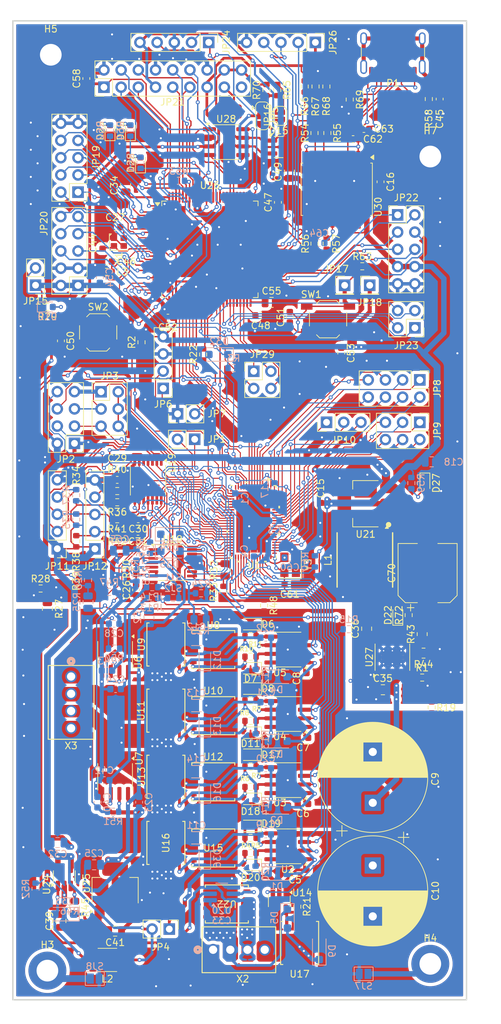
<source format=kicad_pcb>
(kicad_pcb
	(version 20241229)
	(generator "pcbnew")
	(generator_version "9.0")
	(general
		(thickness 1.6)
		(legacy_teardrops no)
	)
	(paper "A4")
	(title_block
		(title "fsim_ff")
		(date "2025-03-06")
		(rev "1")
		(company "FaSTTUBe")
	)
	(layers
		(0 "F.Cu" signal)
		(2 "B.Cu" signal)
		(9 "F.Adhes" user "F.Adhesive")
		(11 "B.Adhes" user "B.Adhesive")
		(13 "F.Paste" user)
		(15 "B.Paste" user)
		(5 "F.SilkS" user "F.Silkscreen")
		(7 "B.SilkS" user "B.Silkscreen")
		(1 "F.Mask" user)
		(3 "B.Mask" user)
		(17 "Dwgs.User" user "User.Drawings")
		(19 "Cmts.User" user "User.Comments")
		(21 "Eco1.User" user "User.Eco1")
		(23 "Eco2.User" user "User.Eco2")
		(25 "Edge.Cuts" user)
		(27 "Margin" user)
		(31 "F.CrtYd" user "F.Courtyard")
		(29 "B.CrtYd" user "B.Courtyard")
		(35 "F.Fab" user)
		(33 "B.Fab" user)
		(39 "User.1" user)
		(41 "User.2" user)
		(43 "User.3" user)
		(45 "User.4" user)
	)
	(setup
		(pad_to_mask_clearance 0)
		(allow_soldermask_bridges_in_footprints no)
		(tenting front back)
		(pcbplotparams
			(layerselection 0x00000000_00000000_55555555_5755f5ff)
			(plot_on_all_layers_selection 0x00000000_00000000_00000000_00000000)
			(disableapertmacros no)
			(usegerberextensions no)
			(usegerberattributes yes)
			(usegerberadvancedattributes yes)
			(creategerberjobfile yes)
			(dashed_line_dash_ratio 12.000000)
			(dashed_line_gap_ratio 3.000000)
			(svgprecision 4)
			(plotframeref no)
			(mode 1)
			(useauxorigin no)
			(hpglpennumber 1)
			(hpglpenspeed 20)
			(hpglpendiameter 15.000000)
			(pdf_front_fp_property_popups yes)
			(pdf_back_fp_property_popups yes)
			(pdf_metadata yes)
			(pdf_single_document no)
			(dxfpolygonmode yes)
			(dxfimperialunits yes)
			(dxfusepcbnewfont yes)
			(psnegative no)
			(psa4output no)
			(plot_black_and_white yes)
			(plotinvisibletext no)
			(sketchpadsonfab no)
			(plotpadnumbers no)
			(hidednponfab no)
			(sketchdnponfab yes)
			(crossoutdnponfab yes)
			(subtractmaskfromsilk no)
			(outputformat 1)
			(mirror no)
			(drillshape 0)
			(scaleselection 1)
			(outputdirectory "C:/Users/georg/Downloads/fsimff_v0.1/")
		)
	)
	(net 0 "")
	(net 1 "GND")
	(net 2 "+3V3")
	(net 3 "+5V")
	(net 4 "Net-(U30-PDEN)")
	(net 5 "/brains/GND_USB")
	(net 6 "Net-(P1-CC)")
	(net 7 "Net-(P1-VCONN)")
	(net 8 "Net-(U1B-VCCCORE1)")
	(net 9 "5V_SENSE")
	(net 10 "GNDA")
	(net 11 "V_GD")
	(net 12 "GNDI")
	(net 13 "Net-(U27-SW)")
	(net 14 "Net-(D32-A)")
	(net 15 "V+")
	(net 16 "MOT_D")
	(net 17 "MOT_B")
	(net 18 "2.5V_REF")
	(net 19 "/brains/OSC+")
	(net 20 "Net-(U20-VCAP)")
	(net 21 "V_MOT_IN")
	(net 22 "Net-(U27-BST)")
	(net 23 "Net-(D33-A)")
	(net 24 "Net-(D22-K)")
	(net 25 "Net-(U7-VREF)")
	(net 26 "Net-(U6-VREF)")
	(net 27 "/brains/OSC-")
	(net 28 "/brains/USB_SHIELD")
	(net 29 "/brains/VDDA")
	(net 30 "Net-(U26C-VCAP_2)")
	(net 31 "Net-(U26C-VCAP_1)")
	(net 32 "/brains/BUTTON_A")
	(net 33 "/brains/E_STOP")
	(net 34 "/brains/USB_VBUS_IN")
	(net 35 "Net-(D27-A)")
	(net 36 "Net-(D28-A)")
	(net 37 "Net-(D29-A)")
	(net 38 "Net-(D30-A)")
	(net 39 "ENO")
	(net 40 "AGPI_A")
	(net 41 "AENC_WY_N")
	(net 42 "AENC_UX_N")
	(net 43 "AENC_WY")
	(net 44 "AENC_VN")
	(net 45 "AENC_UX")
	(net 46 "AENC_VN_N")
	(net 47 "ENABLE")
	(net 48 "GPIO0")
	(net 49 "GPIO3")
	(net 50 "GPIO2")
	(net 51 "GPIO4")
	(net 52 "GPIO6")
	(net 53 "GPIO7")
	(net 54 "GPIO1")
	(net 55 "GPIO5")
	(net 56 "Net-(JP12-Pin_2)")
	(net 57 "Net-(JP12-Pin_4)")
	(net 58 "Net-(JP12-Pin_3)")
	(net 59 "/brains/BOOT0")
	(net 60 "/brains/DIN4")
	(net 61 "/brains/DIN3")
	(net 62 "/brains/DIN7")
	(net 63 "/brains/DIN6")
	(net 64 "/brains/DIN5")
	(net 65 "/brains/DIN2")
	(net 66 "/brains/DIN1")
	(net 67 "/brains/DIN0")
	(net 68 "/brains/AIN4")
	(net 69 "/brains/AIN1")
	(net 70 "/brains/AIN3")
	(net 71 "/brains/AIN5")
	(net 72 "/brains/AIN2")
	(net 73 "/brains/AIN0")
	(net 74 "/brains/CANL")
	(net 75 "unconnected-(U26A-PD3-Pad84)")
	(net 76 "/brains/SWO")
	(net 77 "/brains/UART1_TX")
	(net 78 "/brains/UART1_RX")
	(net 79 "unconnected-(U26A-PD2-Pad83)")
	(net 80 "/brains/GPIO2")
	(net 81 "/brains/GPIO1")
	(net 82 "/brains/I2C_SDA")
	(net 83 "/brains/GPIO3")
	(net 84 "/brains/I2C_SCL")
	(net 85 "unconnected-(U26A-PC11-Pad79)")
	(net 86 "unconnected-(U26A-PC12-Pad80)")
	(net 87 "/brains/CAN_RES")
	(net 88 "/brains/CANH")
	(net 89 "unconnected-(U26A-PC10-Pad78)")
	(net 90 "unconnected-(U26A-PA15-Pad77)")
	(net 91 "/brains/SPI2_SCK")
	(net 92 "/brains/SPI2_MISO")
	(net 93 "/brains/SPI2_MOSI")
	(net 94 "/brains/SPI2_SS3")
	(net 95 "/brains/SPI2_SS2")
	(net 96 "/brains/SPI2_SS")
	(net 97 "/brains/GPIO7")
	(net 98 "/brains/GPIO6")
	(net 99 "/brains/GPIO8")
	(net 100 "/brains/GPIO5")
	(net 101 "/brains/PWM2")
	(net 102 "/brains/PWM4")
	(net 103 "/brains/PWM3")
	(net 104 "/brains/PWM1")
	(net 105 "/brains/SWDIO")
	(net 106 "/brains/SWCLK")
	(net 107 "BRAKE_RES_COMP")
	(net 108 "BRAKE_CTRL_EXT")
	(net 109 "2.5V_REF_RAW")
	(net 110 "Net-(U27-RON)")
	(net 111 "Net-(U24-FB)")
	(net 112 "Net-(U6-VOUT)")
	(net 113 "Net-(U7-VOUT)")
	(net 114 "Net-(U30-UD+)")
	(net 115 "Net-(U30-UD-)")
	(net 116 "Net-(U30-DD+)")
	(net 117 "/brains/LED1")
	(net 118 "/brains/LED2")
	(net 119 "/brains/LED3")
	(net 120 "/brains/CAN_S")
	(net 121 "unconnected-(U26A-PD14-Pad61)")
	(net 122 "unconnected-(U26A-PD11-Pad58)")
	(net 123 "unconnected-(U26A-PD10-Pad57)")
	(net 124 "unconnected-(U26B-PE15-Pad46)")
	(net 125 "unconnected-(U26A-PD12-Pad59)")
	(net 126 "/brains/CAN_RX")
	(net 127 "unconnected-(U26A-PC9-Pad66)")
	(net 128 "/brains/USB_D-")
	(net 129 "unconnected-(U26A-PA10-Pad69)")
	(net 130 "unconnected-(U26A-PA8-Pad67)")
	(net 131 "/brains/CAN_TX")
	(net 132 "unconnected-(U26A-PC8-Pad65)")
	(net 133 "unconnected-(U26A-PD13-Pad60)")
	(net 134 "/brains/USB_D+")
	(net 135 "UART_RX")
	(net 136 "Net-(D1-K)")
	(net 137 "REF_L")
	(net 138 "ENC2_A")
	(net 139 "HALL_V")
	(net 140 "HALL_WY")
	(net 141 "ENC_B")
	(net 142 "DIR")
	(net 143 "ENC_Z")
	(net 144 "PWM_I")
	(net 145 "V_INT_TMC")
	(net 146 "MISO")
	(net 147 "ENC2_Z")
	(net 148 "ENC2_B")
	(net 149 "MOSI")
	(net 150 "SCK")
	(net 151 "UART_TX")
	(net 152 "REF_R")
	(net 153 "REF_H")
	(net 154 "AGPI_B")
	(net 155 "ENC_A")
	(net 156 "HALL_UX")
	(net 157 "CS_TMC")
	(net 158 "STEP")
	(net 159 "NRST")
	(net 160 "DRV_FLAG")
	(net 161 "DRV_EN")
	(net 162 "V_INT")
	(net 163 "V_EXT")
	(net 164 "unconnected-(U26A-PB0-Pad35)")
	(net 165 "unconnected-(U26A-PB1-Pad36)")
	(net 166 "GPIO_DRV")
	(net 167 "/brains/ENC_Z")
	(net 168 "/brains/ENC_A")
	(net 169 "/brains/ENC_B")
	(net 170 "Net-(D2-K)")
	(net 171 "Net-(D3-K)")
	(net 172 "Net-(D4-K)")
	(net 173 "RES_FET")
	(net 174 "Net-(D10-A)")
	(net 175 "Net-(D6-K)")
	(net 176 "Net-(D7-K)")
	(net 177 "Net-(D8-K)")
	(net 178 "Net-(D11-K)")
	(net 179 "Net-(D17-K)")
	(net 180 "Net-(D18-K)")
	(net 181 "Net-(D19-K)")
	(net 182 "Net-(D20-K)")
	(net 183 "unconnected-(Y3-ENABLE-Pad1)")
	(net 184 "Net-(H3-Pad1)")
	(net 185 "Net-(H4-Pad1)")
	(net 186 "MOT_A_OUT")
	(net 187 "MOT_C_OUT")
	(net 188 "/brains/USB_D+_IS")
	(net 189 "/brains/USB_D-_IS")
	(net 190 "Net-(U30-DD-)")
	(net 191 "unconnected-(U26A-PA9-Pad68)")
	(net 192 "/driver/MOT_C")
	(net 193 "/driver/MOT_A")
	(net 194 "/driver/SENSE_A")
	(net 195 "/connectivity/HALL_UX_5V")
	(net 196 "/connectivity/HALL_V_5V")
	(net 197 "/connectivity/HALL_WY_5V")
	(net 198 "/driver/SENSE_C")
	(net 199 "/driver/CLK_25M")
	(net 200 "/driver/G_LS_A")
	(net 201 "/driver/G_HS_A")
	(net 202 "/driver/G_LS_B")
	(net 203 "/driver/G_HS_B")
	(net 204 "/driver/G_HS_C")
	(net 205 "/driver/G_LS_C")
	(net 206 "/driver/G_LS_D")
	(net 207 "/driver/G_HS_D")
	(net 208 "/driver/BRAKE_CTRL")
	(net 209 "/driver/BRAKE_CTRL_TMC")
	(net 210 "/connectivity/ENC_B_5V")
	(net 211 "/connectivity/ENC_Z_5V")
	(net 212 "/connectivity/ENC_A_5V")
	(net 213 "/driver/2.5V_REF_C")
	(net 214 "/driver/2.5V_REF_A")
	(net 215 "/driver/BRAKE_GATE")
	(net 216 "/connectivity/V_INT_TMC_RAW")
	(net 217 "/connectivity/TH_FET")
	(net 218 "/connectivity/BRAKE_RES_TH")
	(net 219 "/driver/C_HS_C")
	(net 220 "/driver/C_LS_B")
	(net 221 "/driver/C_LS_D")
	(net 222 "/driver/C_LS_C")
	(net 223 "/driver/C_LS_A")
	(net 224 "/driver/C_HS_A")
	(net 225 "/driver/C_HS_D")
	(net 226 "/driver/C_HS_B")
	(net 227 "/powersupply/INPUT_GATE")
	(net 228 "/brains/VREF")
	(net 229 "Net-(JP16-B)")
	(net 230 "Net-(JP5-C)")
	(net 231 "Net-(U27-FB)")
	(net 232 "Net-(U27-PGOOD)")
	(footprint "Capacitor_SMD:CP_Elec_8x10.5" (layer "F.Cu") (at 124.6 119.4 90))
	(footprint "Capacitor_SMD:C_0603_1608Metric" (layer "F.Cu") (at 76.6 70.8 -90))
	(footprint "Resistor_SMD:R_0805_2012Metric" (layer "F.Cu") (at 124 131.2 180))
	(footprint "Connector_PinHeader_2.54mm:PinHeader_1x01_P2.54mm_Vertical" (layer "F.Cu") (at 112.35 76.975))
	(footprint "Capacitor_THT:CP_Radial_D16.0mm_P7.50mm" (layer "F.Cu") (at 116.5 153.262755 90))
	(footprint "Button_Switch_SMD:SW_SPST_TL3342" (layer "F.Cu") (at 75.95 83.925))
	(footprint "Connector_PinHeader_2.54mm:PinHeader_2x05_P2.54mm_Vertical" (layer "F.Cu") (at 72.975 77 180))
	(footprint "Diode_SMD:D_SOD-323F" (layer "F.Cu") (at 98.45 162.425 180))
	(footprint "Resistor_SMD:R_0805_2012Metric" (layer "F.Cu") (at 72.45 168.675 -90))
	(footprint "LED_SMD:LED_0603_1608Metric" (layer "F.Cu") (at 82.2 58.925 90))
	(footprint "Resistor_SMD:R_0603_1608Metric" (layer "F.Cu") (at 113.1 49.6 -90))
	(footprint "Resistor_SMD:R_0603_1608Metric" (layer "F.Cu") (at 94.45 122.175 90))
	(footprint "Package_TO_SOT_SMD:SOT-23-5_HandSoldering" (layer "F.Cu") (at 70.95 164.175 90))
	(footprint "Connector_PinHeader_2.54mm:PinHeader_1x05_P2.54mm_Vertical" (layer "F.Cu") (at 92.275 41.175 -90))
	(footprint "Connector_PinHeader_2.54mm:PinHeader_1x04_P2.54mm_Vertical" (layer "F.Cu") (at 85.55 92.175 180))
	(footprint "Capacitor_THT:CP_Radial_D16.0mm_P7.50mm" (layer "F.Cu") (at 116.5 162.5 -90))
	(footprint "Package_TO_SOT_SMD:SOT-223" (layer "F.Cu") (at 78.45 166.175 90))
	(footprint "Package_SO:HSOP-8-1EP_3.9x4.9mm_P1.27mm_EP2.41x3.1mm_ThermalVias"
		(layer "F.Cu")
		(uuid "1c115c6d-46e7-4f35-89e5-430fecd22fc6")
		(at 119.4 131.8 90)
		(descr "HSOP, 8 Pin (https://www.st.com/resource/en/datasheet/l5973d.pdf), generated with kicad-footprint-generator ipc_gullwing_generator.py")
		(tags "HSOP SO")
		(property "Reference" "U27"
			(at 0 -3.4 90)
			(layer "F.SilkS")
			(uuid "2d43d67a-dc32-4586-b694-978b5b0bc64e")
			(effects
				(font
					(size 1 1)
					(thickness 0.15)
				)
			)
		)
		(property "Value" "LM5164DDA"
			(at 0 3.4 90)
			(layer "F.Fab")
			(uuid "4e19c0a5-e45f-480e-aa1c-70a6264714f9")
			(effects
				(font
					(size 1 1)
					(thickness 0.15)
				)
			)
		)
		(property "Datasheet" "https://www.ti.com/lit/ds/symlink/lm5164.pdf?ts=1598311864250&ref_url=https%253A%252F%252Fwww.ti.com%252Fproduct%252FLM5164%253FHQS%253DTI-null-null-octopart-df-pf-null-wwe"
			(at 0 0 90)
			(layer "F.Fab")
			(hide yes)
			(uuid "18b2be75-7de5-4916-b5bf-f9c948ef9acd")
			(effects
				(font
					(size 1.27 1.27)
					(thickness 0.15)
				)
			)
		)
		(property "Description" "1A synchronous buck converter with ultra-low IQ, 6V - 100V input, adjustable output voltage, HSOP-8"
			(at 0 0 90)
			(layer "F.Fab")
			(hide yes)
			(uuid "9af63253-3225-40ed-86d2-5cd236f306b0")
			(effects
				(font
					(size 1.27 1.27)
					(thickness 0.15)
				)
			)
		)
		(property ki_fp_filters "HSOP*1EP*3.9x4.9*P1.27mm*")
		(path "/3b54529e-601a-4a5c-bd9d-945f3dda2d4e/386c17d7-ee99-4e83-988c-2cb1ceac74ae")
		(sheetname "/powersupply/")
		(sheetfile "motor_board_tmc_3.kicad_sch")
		(attr smd)
		(fp_line
			(start 0 -2.56)
			(end 1.95 -2.56)
			(stroke
				(width 0.12)
				(type solid)
			)
			(layer "F.SilkS")
			(uuid "38ada05e-adfc-4ab5-aee7-0332c08bb6fc")
		)
		(fp_line
			(start 0 -2.56)
			(end -1.95 -2.56)
			(stroke
				(width 0.12)
				(type solid)
			)
			(layer "F.SilkS")
			(uuid "1a898d3e-a482-47bc-bc64-4d041f2db62b")
		)
		(fp_line
			(start 0 2.56)
			(end 1.95 2.56)
			(stroke
				(width 0.12)
				(type solid)
			)
			(layer "F.SilkS")
			(uuid "744a7a2c-e48c-4cef-810a-369bdfafdeb9")
		)
		(fp_line
			(start 0 2.56)
			(end -1.95 2.56)
			(stroke
				(width 0.12)
				(type solid)
			)
			(layer "F.SilkS")
			(uuid "4788d58b-6713-4b71-ab1f-a875a89c204a")
		)
		(fp_poly
			(pts
				(xy -2.7 -2.465) (xy -2.94 -2.795) (xy -2.46 -2.795) (xy -2.7 -2.465)
			)
			(stroke
				(width 0.12)
				(type solid)
			)
			(fill yes)
			(layer "F.SilkS")
			(uuid "53070cb0-9d43-4082-b7d1-5245159a7dff")
		)
		(fp_line
			(start 3.7 -2.7)
			(end -3.7 -2.7)
			(stroke
				(width 0.05)
				(type solid)
			)
			(layer "F.CrtYd")
			(uuid "16360191-f080-4d58-be5e-ffe7e6fdbc95")
		)
		(fp_line
			(start -3.7 -2.7)
			(end -3.7 2.7)
			(stroke
				(width 0.05)
				(type solid)
			)
			(layer "F.CrtYd")
			(uuid "c73c24e2-ddd2-4638-b37c-01125891436c")
		)
		(fp_line
			(start 3.7 2.7)
			(end 3.7 -2.7)
			(stroke
				(width 0.05)
				(type solid)
			)
			(layer "F.CrtYd")
			(uuid "92f7366d-44c8-4ede-99a8-c65b48516e42")
		)
		(fp_line
			(start -3.7 2.7)
			(end 3.7 2.7)
			(stroke
				(width 0.05)
				(type solid)
			)
			(layer "F.CrtYd")
			(uuid "04a0c07a-3c36-4217-a250-0138c58ccd13")
		)
		(fp_line
			(start 1.95 -2.45)
			(end 1.95 2.45)
			(stroke
				(width 0.1)
				(type solid)
			)
			(layer "F.Fab")
			(uuid "e3c24975-45a5-44e6
... [2583200 chars truncated]
</source>
